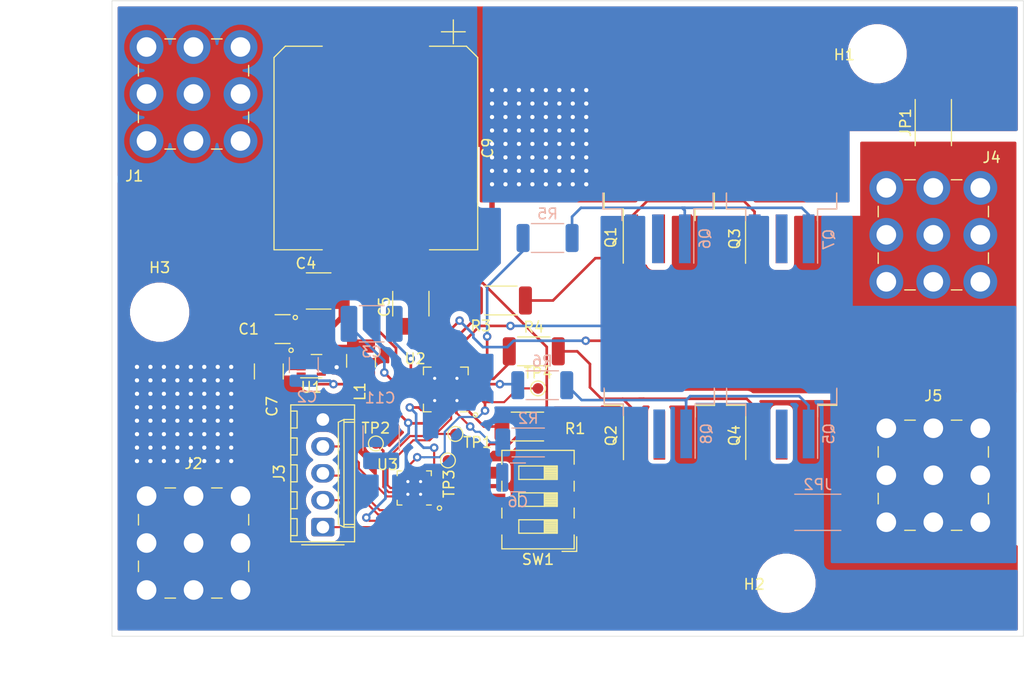
<source format=kicad_pcb>
(kicad_pcb (version 20171130) (host pcbnew "(5.1.9)-1")
  (layers (0 F.Cu signal) (31 B.Cu signal) (34 B.Paste user) (35 F.Paste user) (36 B.SilkS user) (37 F.SilkS user) (38 B.Mask user) (39 F.Mask user) (44 Edge.Cuts user))
  (net 0 "")
  (net 1 GND)
  (net 2 +12V)
  (net 3 +5V)
  (net 4 "Net-(C5-Pad2)")
  (net 5 MOTOR+)
  (net 6 MOTOR-)
  (net 7 GHA)
  (net 8 GLA)
  (net 9 GHB)
  (net 10 GLB)
  (net 11 "Net-(U3-Pad1)")
  (net 12 "Net-(U3-Pad6)")
  (net 13 "Net-(U3-Pad10)")
  (net 14 "Net-(U3-Pad11)")
  (net 15 "Net-(U3-Pad20)")
  (net 16 "Net-(Q1-Pad1)")
  (net 17 "Net-(Q2-Pad1)")
  (net 18 "Net-(Q5-Pad1)")
  (net 19 "Net-(Q6-Pad1)")
  (net 20 "Net-(U3-Pad7)")
  (net 21 "Net-(U3-Pad12)")
  (net 22 ADDR_Select_3)
  (net 23 ADDR_Select_2)
  (net 24 ADDR_Select_1)
  (net 25 SCK_SCL)
  (net 26 MISO)
  (net 27 SDA_MOSI)
  (net 28 A_RESET)
  (net 29 "Net-(C3-Pad1)")
  (net 30 "Net-(C3-Pad2)")
  (net 31 "Net-(R1-Pad2)")
  (net 32 Fault)
  (net 33 Mode)
  (net 34 Dir)
  (net 35 PWM)
  (net 36 "Net-(U2-Pad15)")
  (net 37 "Net-(C6-Pad1)")
  (net 38 "Net-(C7-Pad1)")
  (net 39 "Net-(L1-Pad1)")
  (net 40 "Net-(U1-Pad5)")
  (net 41 "Net-(U1-Pad6)")
  (module Capacitor_SMD:C_1812_4532Metric_Pad1.57x3.40mm_HandSolder (layer B.Cu) (at 113.2 73.4)
    (fp_text reference C3 (at 0 2.65 180) (layer B.SilkS) (effects (justify mirror)))
    (fp_text value 0.1uF)
    (pad 1 smd roundrect (at -2.1375 0) (size 1.575 3.4) (layers B.Cu B.Paste B.Mask) (roundrect_rratio 0.1587288888888889) (net 29 "Net-(C3-Pad1)"))
    (pad 2 smd roundrect (at 2.1375 0) (size 1.575 3.4) (layers B.Cu B.Paste B.Mask) (roundrect_rratio 0.1587288888888889) (net 30 "Net-(C3-Pad2)"))
  )
  (module TerminalBlock_Wuerth:Wuerth_REDCUBE-THR_WP-THRBU_74650195_THR (layer F.Cu) (at 166.2 65)
    (fp_text reference J4 (at 5.5 -7.3) (layer F.SilkS))
    (fp_text value Motor+)
    (pad 1 thru_hole circle (at 0 0) (size 3.2 3.2) (drill 1.85) (layers *.Cu *.Mask) (net 5 MOTOR+))
    (pad 1 thru_hole circle (at 0 4.435) (size 3.2 3.2) (drill 1.85) (layers *.Cu *.Mask) (net 5 MOTOR+))
    (pad 1 thru_hole circle (at 4.435 0) (size 3.2 3.2) (drill 1.85) (layers *.Cu *.Mask) (net 5 MOTOR+))
    (pad 1 thru_hole circle (at 0 -4.435) (size 3.2 3.2) (drill 1.85) (layers *.Cu *.Mask) (net 5 MOTOR+))
    (pad 1 thru_hole circle (at -4.435 0) (size 3.2 3.2) (drill 1.85) (layers *.Cu *.Mask) (net 5 MOTOR+))
    (pad 1 thru_hole circle (at -4.435 4.435) (size 3.2 3.2) (drill 1.85) (layers *.Cu *.Mask) (net 5 MOTOR+))
    (pad 1 thru_hole circle (at -4.435 -4.435) (size 3.2 3.2) (drill 1.85) (layers *.Cu *.Mask) (net 5 MOTOR+))
    (pad 1 thru_hole circle (at 4.435 -4.435) (size 3.2 3.2) (drill 1.85) (layers *.Cu *.Mask) (net 5 MOTOR+))
    (pad 1 thru_hole circle (at 4.435 4.435) (size 3.2 3.2) (drill 1.85) (layers *.Cu *.Mask) (net 5 MOTOR+))
  )
  (module Button_Switch_SMD:SW_DIP_SPSTx03_Slide_6.7x9.18mm_W8.61mm_P2.54mm_LowProfile (layer F.Cu) (at 128.9 90 180)
    (fp_text reference SW1 (at 0 -5.65) (layer F.SilkS))
    (fp_text value SW_DIP_x03)
    (pad 1 smd rect (at -4.305 -2.54 180) (size 2.44 1.12) (layers F.Cu F.Paste F.Mask) (net 1 GND))
    (pad 4 smd rect (at 4.305 2.54 180) (size 2.44 1.12) (layers F.Cu F.Paste F.Mask) (net 24 ADDR_Select_1))
    (pad 2 smd rect (at -4.305 0 180) (size 2.44 1.12) (layers F.Cu F.Paste F.Mask) (net 1 GND))
    (pad 5 smd rect (at 4.305 0 180) (size 2.44 1.12) (layers F.Cu F.Paste F.Mask) (net 23 ADDR_Select_2))
    (pad 3 smd rect (at -4.305 2.54 180) (size 2.44 1.12) (layers F.Cu F.Paste F.Mask) (net 1 GND))
    (pad 6 smd rect (at 4.305 -2.54 180) (size 2.44 1.12) (layers F.Cu F.Paste F.Mask) (net 22 ADDR_Select_3))
  )
  (module Resistor_SMD:R_2010_5025Metric (layer B.Cu) (at 129.3 79.2 180)
    (fp_text reference R6 (at 0 2.28) (layer B.SilkS) (effects (justify mirror)))
    (fp_text value 100)
    (pad 1 smd roundrect (at -2.3125 0 180) (size 1.225 2.65) (layers B.Cu B.Paste B.Mask) (roundrect_rratio 0.2040808163265306) (net 18 "Net-(Q5-Pad1)"))
    (pad 2 smd roundrect (at 2.3125 0 180) (size 1.225 2.65) (layers B.Cu B.Paste B.Mask) (roundrect_rratio 0.2040808163265306) (net 10 GLB))
  )
  (module Connector_Molex:Molex_KK-254_AE-6410-05A_1x05_P2.54mm_Vertical (layer F.Cu) (at 108.6 92.6 90)
    (fp_text reference J3 (at 5.08 -4.12 90) (layer F.SilkS))
    (fp_text value Input)
    (pad 1 thru_hole roundrect (at 0 0 90) (size 1.74 2.19) (drill 1.19) (layers *.Cu *.Mask) (roundrect_rratio 0.1436775862068966) (net 28 A_RESET))
    (pad 2 thru_hole oval (at 2.54 0 90) (size 1.74 2.19) (drill 1.19) (layers *.Cu *.Mask) (net 25 SCK_SCL))
    (pad 3 thru_hole oval (at 5.08 0 90) (size 1.74 2.19) (drill 1.19) (layers *.Cu *.Mask) (net 26 MISO))
    (pad 4 thru_hole oval (at 7.62 0 90) (size 1.74 2.19) (drill 1.19) (layers *.Cu *.Mask) (net 27 SDA_MOSI))
    (pad 5 thru_hole oval (at 10.16 0 90) (size 1.74 2.19) (drill 1.19) (layers *.Cu *.Mask) (net 1 GND))
  )
  (module Capacitor_SMD:CP_Elec_18x17.5 (layer F.Cu) (at 113.6 56.8 270)
    (fp_text reference C9 (at 0 -10.55 90) (layer F.SilkS))
    (fp_text value 4700uF)
    (pad 2 smd roundrect (at 6.75 0 270) (size 8.8 9.6) (layers F.Cu F.Paste F.Mask) (roundrect_rratio 0.02840875) (net 1 GND))
    (pad 1 smd roundrect (at -6.75 0 270) (size 8.8 9.6) (layers F.Cu F.Paste F.Mask) (roundrect_rratio 0.02840875) (net 2 +12V))
  )
  (module Capacitor_SMD:C_1812_4532Metric_Pad1.57x3.40mm_HandSolder (layer B.Cu) (at 114.1 84.2 270)
    (fp_text reference C11 (at -3.8 0.1 180) (layer B.SilkS) (effects (justify mirror)))
    (fp_text value 0.1uF)
    (pad 1 smd roundrect (at -2.1375 0 270) (size 1.575 3.4) (layers B.Cu B.Paste B.Mask) (roundrect_rratio 0.1587288888888889) (net 1 GND))
    (pad 2 smd roundrect (at 2.1375 0 270) (size 1.575 3.4) (layers B.Cu B.Paste B.Mask) (roundrect_rratio 0.1587288888888889) (net 3 +5V))
  )
  (module TerminalBlock_Wuerth:Wuerth_REDCUBE-THR_WP-THRBU_74650195_THR (layer F.Cu) (at 96.393 51.7)
    (fp_text reference J1 (at -5.588 7.747) (layer F.SilkS))
    (fp_text value Batt+)
    (pad 1 thru_hole circle (at 4.435 4.435) (size 3.2 3.2) (drill 1.85) (layers *.Cu *.Mask) (net 2 +12V))
    (pad 1 thru_hole circle (at 4.435 -4.435) (size 3.2 3.2) (drill 1.85) (layers *.Cu *.Mask) (net 2 +12V))
    (pad 1 thru_hole circle (at -4.435 -4.435) (size 3.2 3.2) (drill 1.85) (layers *.Cu *.Mask) (net 2 +12V))
    (pad 1 thru_hole circle (at -4.435 4.435) (size 3.2 3.2) (drill 1.85) (layers *.Cu *.Mask) (net 2 +12V))
    (pad 1 thru_hole circle (at -4.435 0) (size 3.2 3.2) (drill 1.85) (layers *.Cu *.Mask) (net 2 +12V))
    (pad 1 thru_hole circle (at 0 -4.435) (size 3.2 3.2) (drill 1.85) (layers *.Cu *.Mask) (net 2 +12V))
    (pad 1 thru_hole circle (at 4.435 0) (size 3.2 3.2) (drill 1.85) (layers *.Cu *.Mask) (net 2 +12V))
    (pad 1 thru_hole circle (at 0 4.435) (size 3.2 3.2) (drill 1.85) (layers *.Cu *.Mask) (net 2 +12V))
    (pad 1 thru_hole circle (at 0 0) (size 3.2 3.2) (drill 1.85) (layers *.Cu *.Mask) (net 2 +12V))
  )
  (module TerminalBlock_Wuerth:Wuerth_REDCUBE-THR_WP-THRBU_74650195_THR (layer F.Cu) (at 96.4 94.1)
    (fp_text reference J2 (at 0 -7.5) (layer F.SilkS))
    (fp_text value Batt-)
    (pad 1 thru_hole circle (at 0 0) (size 3.2 3.2) (drill 1.85) (layers *.Cu *.Mask) (net 1 GND))
    (pad 1 thru_hole circle (at 0 4.435) (size 3.2 3.2) (drill 1.85) (layers *.Cu *.Mask) (net 1 GND))
    (pad 1 thru_hole circle (at 4.435 0) (size 3.2 3.2) (drill 1.85) (layers *.Cu *.Mask) (net 1 GND))
    (pad 1 thru_hole circle (at 0 -4.435) (size 3.2 3.2) (drill 1.85) (layers *.Cu *.Mask) (net 1 GND))
    (pad 1 thru_hole circle (at -4.435 0) (size 3.2 3.2) (drill 1.85) (layers *.Cu *.Mask) (net 1 GND))
    (pad 1 thru_hole circle (at -4.435 4.435) (size 3.2 3.2) (drill 1.85) (layers *.Cu *.Mask) (net 1 GND))
    (pad 1 thru_hole circle (at -4.435 -4.435) (size 3.2 3.2) (drill 1.85) (layers *.Cu *.Mask) (net 1 GND))
    (pad 1 thru_hole circle (at 4.435 -4.435) (size 3.2 3.2) (drill 1.85) (layers *.Cu *.Mask) (net 1 GND))
    (pad 1 thru_hole circle (at 4.435 4.435) (size 3.2 3.2) (drill 1.85) (layers *.Cu *.Mask) (net 1 GND))
  )
  (module TerminalBlock_Wuerth:Wuerth_REDCUBE-THR_WP-THRBU_74650195_THR (layer F.Cu) (at 166.2 87.7)
    (fp_text reference J5 (at 0 -7.5) (layer F.SilkS))
    (fp_text value Motor-)
    (pad 1 thru_hole circle (at 4.435 4.435) (size 3.2 3.2) (drill 1.85) (layers *.Cu *.Mask) (net 6 MOTOR-))
    (pad 1 thru_hole circle (at 4.435 -4.435) (size 3.2 3.2) (drill 1.85) (layers *.Cu *.Mask) (net 6 MOTOR-))
    (pad 1 thru_hole circle (at -4.435 -4.435) (size 3.2 3.2) (drill 1.85) (layers *.Cu *.Mask) (net 6 MOTOR-))
    (pad 1 thru_hole circle (at -4.435 4.435) (size 3.2 3.2) (drill 1.85) (layers *.Cu *.Mask) (net 6 MOTOR-))
    (pad 1 thru_hole circle (at -4.435 0) (size 3.2 3.2) (drill 1.85) (layers *.Cu *.Mask) (net 6 MOTOR-))
    (pad 1 thru_hole circle (at 0 -4.435) (size 3.2 3.2) (drill 1.85) (layers *.Cu *.Mask) (net 6 MOTOR-))
    (pad 1 thru_hole circle (at 4.435 0) (size 3.2 3.2) (drill 1.85) (layers *.Cu *.Mask) (net 6 MOTOR-))
    (pad 1 thru_hole circle (at 0 4.435) (size 3.2 3.2) (drill 1.85) (layers *.Cu *.Mask) (net 6 MOTOR-))
    (pad 1 thru_hole circle (at 0 0) (size 3.2 3.2) (drill 1.85) (layers *.Cu *.Mask) (net 6 MOTOR-))
  )
  (module Package_TO_SOT_SMD:TO-263-3_TabPin2 (layer F.Cu) (at 140.335 59.601 90)
    (fp_text reference Q1 (at -5.642 -4.572 90) (layer F.SilkS))
    (fp_text value IRF1404)
    (pad 1 smd rect (at -5.775 -2.54 90) (size 4.6 1.1) (layers F.Cu F.Paste F.Mask) (net 16 "Net-(Q1-Pad1)"))
    (pad 2 smd rect (at -5.775 0 90) (size 4.6 1.1) (layers F.Cu F.Paste F.Mask) (net 2 +12V))
    (pad 3 smd rect (at -5.775 2.54 90) (size 4.6 1.1) (layers F.Cu F.Paste F.Mask) (net 5 MOTOR+))
    (pad 2 smd rect (at 3.375 0 90) (size 9.4 10.8) (layers F.Cu F.Mask) (net 2 +12V))
  )
  (module Package_TO_SOT_SMD:TO-263-3_TabPin2 (layer F.Cu) (at 140.354 78.155 90)
    (fp_text reference Q2 (at -5.805001 -4.563001 90) (layer F.SilkS))
    (fp_text value IRF1404)
    (pad 2 smd rect (at 3.375 0 90) (size 9.4 10.8) (layers F.Cu F.Mask) (net 5 MOTOR+))
    (pad 3 smd rect (at -5.775 2.54 90) (size 4.6 1.1) (layers F.Cu F.Paste F.Mask) (net 1 GND))
    (pad 2 smd rect (at -5.775 0 90) (size 4.6 1.1) (layers F.Cu F.Paste F.Mask) (net 5 MOTOR+))
    (pad 1 smd rect (at -5.775 -2.54 90) (size 4.6 1.1) (layers F.Cu F.Paste F.Mask) (net 17 "Net-(Q2-Pad1)"))
  )
  (module Package_TO_SOT_SMD:TO-263-3_TabPin2 (layer F.Cu) (at 151.873 59.613 90)
    (fp_text reference Q3 (at -5.757 -4.426 90) (layer F.SilkS))
    (fp_text value IRF1404)
    (pad 2 smd rect (at 3.375 0 90) (size 9.4 10.8) (layers F.Cu F.Mask) (net 2 +12V))
    (pad 3 smd rect (at -5.775 2.54 90) (size 4.6 1.1) (layers F.Cu F.Paste F.Mask) (net 5 MOTOR+))
    (pad 2 smd rect (at -5.775 0 90) (size 4.6 1.1) (layers F.Cu F.Paste F.Mask) (net 2 +12V))
    (pad 1 smd rect (at -5.775 -2.54 90) (size 4.6 1.1) (layers F.Cu F.Paste F.Mask) (net 16 "Net-(Q1-Pad1)"))
  )
  (module Package_TO_SOT_SMD:TO-263-3_TabPin2 (layer F.Cu) (at 151.892 78.143 90)
    (fp_text reference Q4 (at -5.805001 -4.467001 90) (layer F.SilkS))
    (fp_text value IRF1404)
    (pad 1 smd rect (at -5.775 -2.54 90) (size 4.6 1.1) (layers F.Cu F.Paste F.Mask) (net 17 "Net-(Q2-Pad1)"))
    (pad 2 smd rect (at -5.775 0 90) (size 4.6 1.1) (layers F.Cu F.Paste F.Mask) (net 5 MOTOR+))
    (pad 3 smd rect (at -5.775 2.54 90) (size 4.6 1.1) (layers F.Cu F.Paste F.Mask) (net 1 GND))
    (pad 2 smd rect (at 3.375 0 90) (size 9.4 10.8) (layers F.Cu F.Mask) (net 5 MOTOR+))
  )
  (module Package_TO_SOT_SMD:TO-263-3_TabPin2 (layer B.Cu) (at 151.892 78.028 90)
    (fp_text reference Q5 (at -5.757 4.445 270) (layer B.SilkS) (effects (justify mirror)))
    (fp_text value IRF1404)
    (pad 2 smd rect (at 3.375 0 90) (size 9.4 10.8) (layers B.Cu B.Mask) (net 6 MOTOR-))
    (pad 3 smd rect (at -5.775 -2.54 90) (size 4.6 1.1) (layers B.Cu B.Paste B.Mask) (net 1 GND))
    (pad 2 smd rect (at -5.775 0 90) (size 4.6 1.1) (layers B.Cu B.Paste B.Mask) (net 6 MOTOR-))
    (pad 1 smd rect (at -5.775 2.54 90) (size 4.6 1.1) (layers B.Cu B.Paste B.Mask) (net 18 "Net-(Q5-Pad1)"))
  )
  (module Package_TO_SOT_SMD:TO-263-3_TabPin2 (layer B.Cu) (at 140.208 59.601 90)
    (fp_text reference Q6 (at -5.752001 4.445 270) (layer B.SilkS) (effects (justify mirror)))
    (fp_text value IRF1404)
    (pad 1 smd rect (at -5.775 2.54 90) (size 4.6 1.1) (layers B.Cu B.Paste B.Mask) (net 19 "Net-(Q6-Pad1)"))
    (pad 2 smd rect (at -5.775 0 90) (size 4.6 1.1) (layers B.Cu B.Paste B.Mask) (net 2 +12V))
    (pad 3 smd rect (at -5.775 -2.54 90) (size 4.6 1.1) (layers B.Cu B.Paste B.Mask) (net 6 MOTOR-))
    (pad 2 smd rect (at 3.375 0 90) (size 9.4 10.8) (layers B.Cu B.Mask) (net 2 +12V))
  )
  (module Package_TO_SOT_SMD:TO-263-3_TabPin2 (layer B.Cu) (at 140.335 78.016 90)
    (fp_text reference Q8 (at -5.769 4.445 270) (layer B.SilkS) (effects (justify mirror)))
    (fp_text value IRF1404)
    (pad 1 smd rect (at -5.775 2.54 90) (size 4.6 1.1) (layers B.Cu B.Paste B.Mask) (net 18 "Net-(Q5-Pad1)"))
    (pad 2 smd rect (at -5.775 0 90) (size 4.6 1.1) (layers B.Cu B.Paste B.Mask) (net 6 MOTOR-))
    (pad 3 smd rect (at -5.775 -2.54 90) (size 4.6 1.1) (layers B.Cu B.Paste B.Mask) (net 1 GND))
    (pad 2 smd rect (at 3.375 0 90) (size 9.4 10.8) (layers B.Cu B.Mask) (net 6 MOTOR-))
  )
  (module Package_TO_SOT_SMD:TO-263-3_TabPin2 (layer B.Cu) (at 151.892 59.601 90)
    (fp_text reference Q7 (at -5.842 4.445 270) (layer B.SilkS) (effects (justify mirror)))
    (fp_text value IRF1404)
    (pad 1 smd rect (at -5.775 2.54 90) (size 4.6 1.1) (layers B.Cu B.Paste B.Mask) (net 19 "Net-(Q6-Pad1)"))
    (pad 2 smd rect (at -5.775 0 90) (size 4.6 1.1) (layers B.Cu B.Paste B.Mask) (net 2 +12V))
    (pad 3 smd rect (at -5.775 -2.54 90) (size 4.6 1.1) (layers B.Cu B.Paste B.Mask) (net 6 MOTOR-))
    (pad 2 smd rect (at 3.375 0 90) (size 9.4 10.8) (layers B.Cu B.Mask) (net 2 +12V))
  )
  (module Resistor_SMD:R_2512_6332Metric (layer F.Cu) (at 166.2 54.4 90)
    (fp_text reference JP1 (at 0 -2.62 90) (layer F.SilkS))
    (fp_text value "Thermal Jumper")
    (pad 1 smd roundrect (at -2.9625 0 90) (size 1.225 3.35) (layers F.Cu F.Paste F.Mask) (roundrect_rratio 0.2040808163265306) (net 5 MOTOR+))
    (pad 2 smd roundrect (at 2.9625 0 90) (size 1.225 3.35) (layers F.Cu F.Paste F.Mask) (roundrect_rratio 0.2040808163265306) (net 2 +12V))
  )
  (module Resistor_SMD:R_2512_6332Metric (layer B.Cu) (at 155.3 91.2 180)
    (fp_text reference JP2 (at 0 2.62) (layer B.SilkS) (effects (justify mirror)))
    (fp_text value "Thermal Jumper")
    (pad 2 smd roundrect (at 2.9625 0 180) (size 1.225 3.35) (layers B.Cu B.Paste B.Mask) (roundrect_rratio 0.2040808163265306) (net 1 GND))
    (pad 1 smd roundrect (at -2.9625 0 180) (size 1.225 3.35) (layers B.Cu B.Paste B.Mask) (roundrect_rratio 0.2040808163265306) (net 6 MOTOR-))
  )
  (module Resistor_SMD:R_2010_5025Metric (layer F.Cu) (at 125.4 71.2)
    (fp_text reference R3 (at -1.9 2.4) (layer F.SilkS))
    (fp_text value 100)
    (pad 1 smd roundrect (at -2.3125 0) (size 1.225 2.65) (layers F.Cu F.Paste F.Mask) (roundrect_rratio 0.2040808163265306) (net 7 GHA))
    (pad 2 smd roundrect (at 2.3125 0) (size 1.225 2.65) (layers F.Cu F.Paste F.Mask) (roundrect_rratio 0.2040808163265306) (net 16 "Net-(Q1-Pad1)"))
  )
  (module Resistor_SMD:R_2010_5025Metric (layer F.Cu) (at 128.5 76)
    (fp_text reference R4 (at 0 -2.28) (layer F.SilkS))
    (fp_text value 100)
    (pad 2 smd roundrect (at 2.3125 0) (size 1.225 2.65) (layers F.Cu F.Paste F.Mask) (roundrect_rratio 0.2040808163265306) (net 17 "Net-(Q2-Pad1)"))
    (pad 1 smd roundrect (at -2.3125 0) (size 1.225 2.65) (layers F.Cu F.Paste F.Mask) (roundrect_rratio 0.2040808163265306) (net 8 GLA))
  )
  (module Resistor_SMD:R_2010_5025Metric (layer B.Cu) (at 129.8 65.3 180)
    (fp_text reference R5 (at 0 2.28) (layer B.SilkS) (effects (justify mirror)))
    (fp_text value 100)
    (pad 2 smd roundrect (at 2.3125 0 180) (size 1.225 2.65) (layers B.Cu B.Paste B.Mask) (roundrect_rratio 0.2040808163265306) (net 9 GHB))
    (pad 1 smd roundrect (at -2.3125 0 180) (size 1.225 2.65) (layers B.Cu B.Paste B.Mask) (roundrect_rratio 0.2040808163265306) (net 19 "Net-(Q6-Pad1)"))
  )
  (module Capacitor_SMD:C_1812_4532Metric_Pad1.57x3.40mm_HandSolder (layer F.Cu) (at 116.9 71.5 270)
    (fp_text reference C5 (at 0.3 2.5 90) (layer F.SilkS))
    (fp_text value 0.47uF)
    (pad 1 smd roundrect (at -2.1375 0 270) (size 1.575 3.4) (layers F.Cu F.Paste F.Mask) (roundrect_rratio 0.1587288888888889) (net 2 +12V))
    (pad 2 smd roundrect (at 2.1375 0 270) (size 1.575 3.4) (layers F.Cu F.Paste F.Mask) (roundrect_rratio 0.1587288888888889) (net 4 "Net-(C5-Pad2)"))
  )
  (module Resistor_SMD:R_2010_5025Metric_Pad1.40x2.65mm_HandSolder (layer F.Cu) (at 127.9 83.1 180)
    (fp_text reference R1 (at -4.5 -0.2) (layer F.SilkS))
    (fp_text value 15k)
    (pad 1 smd roundrect (at -2.4 0 180) (size 1.4 2.65) (layers F.Cu F.Paste F.Mask) (roundrect_rratio 0.1785707142857143) (net 1 GND))
    (pad 2 smd roundrect (at 2.4 0 180) (size 1.4 2.65) (layers F.Cu F.Paste F.Mask) (roundrect_rratio 0.1785707142857143) (net 31 "Net-(R1-Pad2)"))
  )
  (module Package_DFN_QFN:MLF-20-1EP_4x4mm_P0.5mm_EP2.6x2.6mm_ThermalVias (layer F.Cu) (at 120.2 79.6 180)
    (fp_text reference U2 (at 2.9 2.9) (layer F.SilkS))
    (fp_text value a4956)
    (pad 1 smd roundrect (at -1.925 -1 180) (size 0.85 0.25) (layers F.Cu F.Paste F.Mask) (net 31 "Net-(R1-Pad2)"))
    (pad 2 smd roundrect (at -1.925 -0.5 180) (size 0.85 0.25) (layers F.Cu F.Paste F.Mask) (net 33 Mode))
    (pad 3 smd roundrect (at -1.925 0 180) (size 0.85 0.25) (layers F.Cu F.Paste F.Mask) (net 1 GND))
    (pad 4 smd roundrect (at -1.925 0.5 180) (size 0.85 0.25) (layers F.Cu F.Paste F.Mask) (net 10 GLB))
    (pad 5 smd roundrect (at -1.925 1 180) (size 0.85 0.25) (layers F.Cu F.Paste F.Mask) (net 8 GLA))
    (pad 6 smd roundrect (at -1 1.925 180) (size 0.25 0.85) (layers F.Cu F.Paste F.Mask) (net 9 GHB))
    (pad 7 smd roundrect (at -0.5 1.925 180) (size 0.25 0.85) (layers F.Cu F.Paste F.Mask) (net 6 MOTOR-))
    (pad 8 smd roundrect (at 0 1.925 180) (size 0.25 0.85) (layers F.Cu F.Paste F.Mask) (net 7 GHA))
    (pad 9 smd roundrect (at 0.5 1.925 180) (size 0.25 0.85) (layers F.Cu F.Paste F.Mask) (net 5 MOTOR+))
    (pad 10 smd roundrect (at 1 1.925 180) (size 0.25 0.85) (layers F.Cu F.Paste F.Mask) (net 4 "Net-(C5-Pad2)"))
    (pad 11 smd roundrect (at 1.925 1 180) (size 0.85 0.25) (layers F.Cu F.Paste F.Mask) (net 30 "Net-(C3-Pad2)"))
    (pad 12 smd roundrect (at 1.925 0.5 180) (size 0.85 0.25) (layers F.Cu F.Paste F.Mask) (net 2 +12V))
    (pad 13 smd roundrect (at 1.925 0 180) (size 0.85 0.25) (layers F.Cu F.Paste F.Mask) (net 29 "Net-(C3-Pad1)"))
    (pad 14 smd roundrect (at 1.925 -0.5 180) (size 0.85 0.25) (layers F.Cu F.Paste F.Mask) (net 1 GND))
    (pad 15 smd roundrect (at 1.925 -1 180) (size 0.85 0.25) (layers F.Cu F.Paste F.Mask) (net 36 "Net-(U2-Pad15)"))
    (pad 16 smd roundrect (at 1 -1.925 180) (size 0.25 0.85) (layers F.Cu F.Paste F.Mask) (net 32 Fault))
    (pad 17 smd roundrect (at 0.5 -1.925 180) (size 0.25 0.85) (layers F.Cu F.Paste F.Mask) (net 3 +5V))
    (pad 18 smd roundrect (at 0 -1.925 180) (size 0.25 0.85) (layers F.Cu F.Paste F.Mask) (net 35 PWM))
    (pad 19 smd roundrect (at -0.5 -1.925 180) (size 0.25 0.85) (layers F.Cu F.Paste F.Mask) (net 34 Dir))
    (pad 20 smd roundrect (at -1 -1.925 180) (size 0.25 0.85) (layers F.Cu F.Paste F.Mask) (net 37 "Net-(C6-Pad1)"))
    (pad 21 smd rect (at 0 0 180) (size 2.6 2.6) (layers F.Cu F.Mask) (net 1 GND))
    (pad 21 thru_hole circle (at -1.05 -1.05 180) (size 0.5 0.5) (drill 0.3) (layers *.Cu) (net 1 GND))
    (pad 21 thru_hole circle (at 1.05 -1.05 180) (size 0.5 0.5) (drill 0.3) (layers *.Cu) (net 1 GND))
    (pad 21 thru_hole circle (at -1.05 1.05 180) (size 0.5 0.5) (drill 0.3) (layers *.Cu) (net 1 GND))
    (pad 21 thru_hole circle (at 1.05 1.05 180) (size 0.5 0.5) (drill 0.3) (layers *.Cu) (net 1 GND))
    (pad 21 smd rect (at 0 0 180) (size 2.6 2.6) (layers B.Cu) (net 1 GND))
  )
  (module Capacitor_SMD:C_1812_4532Metric_Pad1.57x3.40mm_HandSolder (layer F.Cu) (at 108.2 70.3)
    (fp_text reference C4 (at -1.2 -2.6) (layer F.SilkS))
    (fp_text value 0.1uF)
    (pad 1 smd roundrect (at -2.1375 0) (size 1.575 3.4) (layers F.Cu F.Paste F.Mask) (roundrect_rratio 0.1587288888888889) (net 1 GND))
    (pad 2 smd roundrect (at 2.1375 0) (size 1.575 3.4) (layers F.Cu F.Paste F.Mask) (roundrect_rratio 0.1587288888888889) (net 2 +12V))
  )
  (module Package_DFN_QFN:VQFN-20-1EP_3x3mm_P0.4mm_EP1.7x1.7mm_ThermalVias (layer F.Cu) (at 117.221 88.9 180)
    (fp_text reference U3 (at 2.521 2.2) (layer F.SilkS))
    (fp_text value Attiny4313)
    (pad 1 smd custom (at -1.45 -0.8 180) (size 0.143431 0.143431) (layers F.Cu F.Paste F.Mask) (net 11 "Net-(U3-Pad1)") (options (clearance outline) (anchor circle)) (primitives (gr_poly (pts (xy -0.35 -0.05) (xy 0.299289 -0.05) (xy 0.35 0.000711) (xy 0.35 0.05) (xy -0.35 0.05)) (width 0.1))))
    (pad 2 smd roundrect (at -1.45 -0.4 180) (size 0.8 0.2) (layers F.Cu F.Paste F.Mask) (net 22 ADDR_Select_3))
    (pad 3 smd roundrect (at -1.45 0 180) (size 0.8 0.2) (layers F.Cu F.Paste F.Mask) (net 23 ADDR_Select_2))
    (pad 4 smd roundrect (at -1.45 0.4 180) (size 0.8 0.2) (layers F.Cu F.Paste F.Mask) (net 24 ADDR_Select_1))
    (pad 5 smd custom (at -1.45 0.8 180) (size 0.143431 0.143431) (layers F.Cu F.Paste F.Mask) (net 32 Fault) (options (clearance outline) (anchor circle)) (primitives (gr_poly (pts (xy -0.35 -0.05) (xy 0.35 -0.05) (xy 0.35 -0.000711) (xy 0.299289 0.05) (xy -0.35 0.05)) (width 0.1))))
    (pad 6 smd custom (at -0.8 1.45 180) (size 0.143431 0.143431) (layers F.Cu F.Paste F.Mask) (net 12 "Net-(U3-Pad6)") (options (clearance outline) (anchor circle)) (primitives (gr_poly (pts (xy -0.05 -0.299289) (xy 0.000711 -0.35) (xy 0.05 -0.35) (xy 0.05 0.35) (xy -0.05 0.35)) (width 0.1))))
    (pad 7 smd roundrect (at -0.4 1.45 180) (size 0.2 0.8) (layers F.Cu F.Paste F.Mask) (net 20 "Net-(U3-Pad7)"))
    (pad 8 smd roundrect (at 0 1.45 180) (size 0.2 0.8) (layers F.Cu F.Paste F.Mask) (net 1 GND))
    (pad 9 smd roundrect (at 0.4 1.45 180) (size 0.2 0.8) (layers F.Cu F.Paste F.Mask) (net 33 Mode))
    (pad 10 smd custom (at 0.8 1.45 180) (size 0.143431 0.143431) (layers F.Cu F.Paste F.Mask) (net 13 "Net-(U3-Pad10)") (options (clearance outline) (anchor circle)) (primitives (gr_poly (pts (xy -0.05 -0.35) (xy -0.000711 -0.35) (xy 0.05 -0.299289) (xy 0.05 0.35) (xy -0.05 0.35)) (width 0.1))))
    (pad 11 smd custom (at 1.45 0.8 180) (size 0.143431 0.143431) (layers F.Cu F.Paste F.Mask) (net 14 "Net-(U3-Pad11)") (options (clearance outline) (anchor circle)) (primitives (gr_poly (pts (xy -0.35 -0.05) (xy 0.35 -0.05) (xy 0.35 0.05) (xy -0.299289 0.05) (xy -0.35 -0.000711)) (width 0.1))))
    (pad 12 smd roundrect (at 1.45 0.4 180) (size 0.8 0.2) (layers F.Cu F.Paste F.Mask) (net 21 "Net-(U3-Pad12)"))
    (pad 13 smd roundrect (at 1.45 0 180) (size 0.8 0.2) (layers F.Cu F.Paste F.Mask) (net 34 Dir))
    (pad 14 smd roundrect (at 1.45 -0.4 180) (size 0.8 0.2) (layers F.Cu F.Paste F.Mask) (net 35 PWM))
    (pad 15 smd custom (at 1.45 -0.8 180) (size 0.143431 0.143431) (layers F.Cu F.Paste F.Mask) (net 27 SDA_MOSI) (options (clearance outline) (anchor circle)) (primitives (gr_poly (pts (xy -0.35 0.000711) (xy -0.299289 -0.05) (xy 0.35 -0.05) (xy 0.35 0.05) (xy -0.35 0.05)) (width 0.1))))
    (pad 16 smd custom (at 0.8 -1.45 180) (size 0.143431 0.143431) (layers F.Cu F.Paste F.Mask) (net 26 MISO) (options (clearance outline) (anchor circle)) (primitives (gr_poly (pts (xy -0.05 -0.35) (xy 0.05 -0.35) (xy 0.05 0.299289) (xy -0.000711 0.35) (xy -0.05 0.35)) (width 0.1))))
    (pad 17 smd roundrect (at 0.4 -1.45 180) (size 0.2 0.8) (layers F.Cu F.Paste F.Mask) (net 25 SCK_SCL))
    (pad 18 smd roundrect (at 0 -1.45 180) (size 0.2 0.8) (layers F.Cu F.Paste F.Mask) (net 3 +5V))
    (pad 19 smd roundrect (at -0.4 -1.45 180) (size 0.2 0.8) (layers F.Cu F.Paste F.Mask) (net 28 A_RESET))
    (pad 20 smd custom (at -0.8 -1.45 180) (size 0.143431 0.143431) (layers F.Cu F.Paste F.Mask) (net 15 "Net-(U3-Pad20)") (options (clearance outline) (anchor circle)) (primitives (gr_poly (pts (xy -0.05 -0.35) (xy 0.05 -0.35) (xy 0.05 0.35) (xy 0.000711 0.35) (xy -0.05 0.299289)) (width 0.1))))
    (pad 21 smd rect (at 0 0 180) (size 1.7 1.7) (layers F.Cu F.Mask) (net 1 GND))
    (pad 21 thru_hole circle (at -0.6 -0.6 180) (size 0.5 0.5) (drill 0.3) (layers *.Cu) (net 1 GND))
    (pad 21 thru_hole circle (at 0.6 -0.6 180) (size 0.5 0.5) (drill 0.3) (layers *.Cu) (net 1 GND))
    (pad 21 thru_hole circle (at -0.6 0.6 180) (size 0.5 0.5) (drill 0.3) (layers *.Cu) (net 1 GND))
    (pad 21 thru_hole circle (at 0.6 0.6 180) (size 0.5 0.5) (drill 0.3) (layers *.Cu) (net 1 GND))
    (pad 21 smd rect (at 0 0 180) (size 1.7 1.7) (layers B.Cu) (net 1 GND))
  )
  (module Capacitor_SMD:C_1210_3225Metric (layer B.Cu) (at 127 87.9)
    (fp_text reference C6 (at 0 2.3) (layer B.SilkS) (effects (justify mirror)))
    (fp_text value 620pF)
    (pad 1 smd roundrect (at -1.475 0) (size 1.15 2.7) (layers B.Cu B.Paste B.Mask) (roundrect_rratio 0.2173904347826087) (net 37 "Net-(C6-Pad1)"))
    (pad 2 smd roundrect (at 1.475 0) (size 1.15 2.7) (layers B.Cu B.Paste B.Mask) (roundrect_rratio 0.2173904347826087) (net 1 GND))
  )
  (module Resistor_SMD:R_2010_5025Metric_Pad1.40x2.65mm_HandSolder (layer B.Cu) (at 127.975001 84.605001 180)
    (fp_text reference R2 (at 0 2.28) (layer B.SilkS) (effects (justify mirror)))
    (fp_text value 15k)
    (pad 1 smd roundrect (at -2.4 0 180) (size 1.4 2.65) (layers B.Cu B.Paste B.Mask) (roundrect_rratio 0.1785707142857143) (net 1 GND))
    (pad 2 smd roundrect (at 2.4 0 180) (size 1.4 2.65) (layers B.Cu B.Paste B.Mask) (roundrect_rratio 0.1785707142857143) (net 37 "Net-(C6-Pad1)"))
  )
  (module TestPoint:TestPoint_Pad_D1.0mm (layer F.Cu) (at 121.1 83.8)
    (fp_text reference TP1 (at 2.1 0.8) (layer F.SilkS))
    (fp_text value TestPoint)
    (pad 1 smd circle (at 0 0) (size 1 1) (layers F.Cu F.Mask) (net 34 Dir))
  )
  (module TestPoint:TestPoint_Pad_D1.0mm (layer F.Cu) (at 113.6 84.7)
    (fp_text reference TP2 (at 0 -1.448) (layer F.SilkS))
    (fp_text value TestPoint)
    (pad 1 smd circle (at 0 0) (size 1 1) (layers F.Cu F.Mask) (net 35 PWM))
  )
  (module TestPoint:TestPoint_Pad_D1.0mm (layer F.Cu) (at 120.4 86.3)
    (fp_text reference TP3 (at 0.1 2.2 90) (layer F.SilkS))
    (fp_text value TestPoint)
    (pad 1 smd circle (at 0 0) (size 1 1) (layers F.Cu F.Mask) (net 32 Fault))
  )
  (module TestPoint:TestPoint_Pad_D1.0mm (layer F.Cu) (at 128.9 79.5)
    (fp_text reference TP4 (at 0 -1.448) (layer F.SilkS))
    (fp_text value TestPoint)
    (pad 1 smd circle (at 0 0) (size 1 1) (layers F.Cu F.Mask) (net 33 Mode))
  )
  (module MountingHole:MountingHole_3.2mm_M3 (layer F.Cu) (at 160.9 47.9)
    (fp_text reference H1 (at -3.1 0.1) (layer F.SilkS))
    (fp_text value MountingHole)
    (pad "" np_thru_hole circle (at 0 0) (size 3.2 3.2) (drill 3.2) (layers *.Cu *.Mask) (clearance 1.2))
  )
  (module MountingHole:MountingHole_3.2mm_M3 (layer F.Cu) (at 152.3 97.9)
    (fp_text reference H2 (at -3 0.1) (layer F.SilkS))
    (fp_text value MountingHole)
    (pad "" np_thru_hole circle (at 0 0) (size 3.2 3.2) (drill 3.2) (layers *.Cu *.Mask) (clearance 1.2))
  )
  (module MountingHole:MountingHole_3.2mm_M3 (layer F.Cu) (at 93.2 72.3)
    (fp_text reference H3 (at 0 -4.2) (layer F.SilkS))
    (fp_text value MountingHole)
    (pad "" np_thru_hole circle (at 0 0) (size 3.2 3.2) (drill 3.2) (layers *.Cu *.Mask) (clearance 1.2))
  )
  (module Capacitor_SMD:C_1210_3225Metric (layer F.Cu) (at 104.8 73.9 180)
    (fp_text reference C1 (at 3.2 0) (layer F.SilkS))
    (fp_text value 1uF)
    (pad 1 smd roundrect (at -1.475 0 180) (size 1.15 2.7) (layers F.Cu F.Paste F.Mask) (roundrect_rratio 0.217391) (net 2 +12V))
    (pad 2 smd roundrect (at 1.475 0 180) (size 1.15 2.7) (layers F.Cu F.Paste F.Mask) (roundrect_rratio 0.217391) (net 1 GND))
  )
  (module Capacitor_SMD:C_1210_3225Metric (layer B.Cu) (at 106.8 77.3 90)
    (fp_text reference C2 (at -3 0.3 180) (layer B.SilkS) (effects (justify mirror)))
    (fp_text value 10uF)
    (pad 2 smd roundrect (at 1.475 0 90) (size 1.15 2.7) (layers B.Cu B.Paste B.Mask) (roundrect_rratio 0.217391) (net 1 GND))
    (pad 1 smd roundrect (at -1.475 0 90) (size 1.15 2.7) (layers B.Cu B.Paste B.Mask) (roundrect_rratio 0.217391) (net 3 +5V))
  )
  (module Capacitor_SMD:C_1210_3225Metric (layer F.Cu) (at 103.5 77.9 270)
    (fp_text reference C7 (at 3.3 -0.3 90) (layer F.SilkS))
    (fp_text value 1uF)
    (pad 1 smd roundrect (at -1.475 0 270) (size 1.15 2.7) (layers F.Cu F.Paste F.Mask) (roundrect_rratio 0.217391) (net 38 "Net-(C7-Pad1)"))
    (pad 2 smd roundrect (at 1.475 0 270) (size 1.15 2.7) (layers F.Cu F.Paste F.Mask) (roundrect_rratio 0.217391) (net 1 GND))
  )
  (module Inductor_SMD:L_1210_3225Metric (layer F.Cu) (at 112.2 76.9 270)
    (fp_text reference L1 (at 2.9 0.1 90) (layer F.SilkS))
    (fp_text value 47uH)
    (pad 1 smd roundrect (at -1.4 0 270) (size 1.25 2.65) (layers F.Cu F.Paste F.Mask) (roundrect_rratio 0.2) (net 39 "Net-(L1-Pad1)"))
    (pad 2 smd roundrect (at 1.4 0 270) (size 1.25 2.65) (layers F.Cu F.Paste F.Mask) (roundrect_rratio 0.2) (net 3 +5V))
  )
  (module Package_DFN_QFN:DFN-8_2x2mm_P0.5mm (layer F.Cu) (at 107.5 77.4)
    (fp_text reference U1 (at 0 2) (layer F.SilkS))
    (fp_text value MAX15062A)
    (pad 1 smd rect (at -0.95 -0.75) (size 0.85 0.3) (layers F.Cu F.Paste F.Mask) (net 2 +12V))
    (pad 2 smd rect (at -0.95 -0.25) (size 0.85 0.3) (layers F.Cu F.Paste F.Mask) (net 2 +12V))
    (pad 3 smd rect (at -0.95 0.25) (size 0.85 0.3) (layers F.Cu F.Paste F.Mask) (net 38 "Net-(C7-Pad1)"))
    (pad 4 smd rect (at -0.95 0.75) (size 0.85 0.3) (layers F.Cu F.Paste F.Mask) (net 3 +5V))
    (pad 5 smd rect (at 0.95 0.75) (size 0.85 0.3) (layers F.Cu F.Paste F.Mask) (net 40 "Net-(U1-Pad5)"))
    (pad 6 smd rect (at 0.95 0.25) (size 0.85 0.3) (layers F.Cu F.Paste F.Mask) (net 41 "Net-(U1-Pad6)"))
    (pad 7 smd rect (at 0.95 -0.25) (size 0.85 0.3) (layers F.Cu F.Paste F.Mask) (net 1 GND))
    (pad 8 smd rect (at 0.95 -0.75) (size 0.85 0.3) (layers F.Cu F.Paste F.Mask) (net 39 "Net-(L1-Pad1)"))
  )
  (gr_circle (center 105.6 75.9) (end 105.8 75.9) (layer F.SilkS) (width 0.12))
  (gr_circle (center 106 72.8) (end 106.2 72.8) (layer F.SilkS) (width 0.12))
  (gr_circle (center 123 82) (end 123.2 82) (layer F.SilkS) (width 0.12))
  (gr_circle (center 119.6 90.8) (end 119.8 90.8) (layer F.SilkS) (width 0.12))
  (gr_line (start 174.7 102.9) (end 174.7 42.9) (layer Edge.Cuts) (width 0.05))
  (gr_line (start 88.7 42.9) (end 174.7 42.9) (layer Edge.Cuts) (width 0.05))
  (gr_line (start 88.7 102.9) (end 88.7 42.9) (layer Edge.Cuts) (width 0.05))
  (gr_line (start 88.7 102.9) (end 174.7 102.9) (layer Edge.Cuts) (width 0.05))
  (via (at 109.9 77.5) (size 0.8) (drill 0.4) (layers F.Cu B.Cu) (net 1))
  (via (at 91.059 77.47) (size 0.8) (drill 0.4) (layers F.Cu B.Cu) (net 1))
  (via (at 92.329 77.47) (size 0.8) (drill 0.4) (layers F.Cu B.Cu) (net 1))
  (via (at 93.599 77.47) (size 0.8) (drill 0.4) (layers F.Cu B.Cu) (net 1))
  (via (at 94.869 77.47) (size 0.8) (drill 0.4) (layers F.Cu B.Cu) (net 1))
  (via (at 96.139 77.47) (size 0.8) (drill 0.4) (layers F.Cu B.Cu) (net 1))
  (via (at 97.409 77.47) (size 0.8) (drill 0.4) (layers F.Cu B.Cu) (net 1))
  (via (at 98.679 77.47) (size 0.8) (drill 0.4) (layers F.Cu B.Cu) (net 1))
  (via (at 99.949 77.47) (size 0.8) (drill 0.4) (layers F.Cu B.Cu) (net 1))
  (via (at 91.059 78.74) (size 0.8) (drill 0.4) (layers F.Cu B.Cu) (net 1))
  (via (at 92.329 78.74) (size 0.8) (drill 0.4) (layers F.Cu B.Cu) (net 1))
  (via (at 93.599 78.74) (size 0.8) (drill 0.4) (layers F.Cu B.Cu) (net 1))
  (via (at 94.869 78.74) (size 0.8) (drill 0.4) (layers F.Cu B.Cu) (net 1))
  (via (at 96.139 78.74) (size 0.8) (drill 0.4) (layers F.Cu B.Cu) (net 1))
  (via (at 97.409 78.74) (size 0.8) (drill 0.4) (layers F.Cu B.Cu) (net 1))
  (via (at 98.679 78.74) (size 0.8) (drill 0.4) (layers F.Cu B.Cu) (net 1))
  (via (at 99.949 78.74) (size 0.8) (drill 0.4) (layers F.Cu B.Cu) (net 1))
  (via (at 91.059 80.01) (size 0.8) (drill 0.4) (layers F.Cu B.Cu) (net 1))
  (via (at 92.329 80.01) (size 0.8) (drill 0.4) (layers F.Cu B.Cu) (net 1))
  (via (at 93.599 80.01) (size 0.8) (drill 0.4) (layers F.Cu B.Cu) (net 1))
  (via (at 94.869 80.01) (size 0.8) (drill 0.4) (layers F.Cu B.Cu) (net 1))
  (via (at 96.139 80.01) (size 0.8) (drill 0.4) (layers F.Cu B.Cu) (net 1))
  (via (at 97.409 80.01) (size 0.8) (drill 0.4) (layers F.Cu B.Cu) (net 1))
  (via (at 98.679 80.01) (size 0.8) (drill 0.4) (layers F.Cu B.Cu) (net 1))
  (via (at 99.949 80.01) (size 0.8) (drill 0.4) (layers F.Cu B.Cu) (net 1))
  (via (at 91.059 81.28) (size 0.8) (drill 0.4) (layers F.Cu B.Cu) (net 1))
  (via (at 92.329 81.28) (size 0.8) (drill 0.4) (layers F.Cu B.Cu) (net 1))
  (via (at 93.599 81.28) (size 0.8) (drill 0.4) (layers F.Cu B.Cu) (net 1))
  (via (at 94.869 81.28) (size 0.8) (drill 0.4) (layers F.Cu B.Cu) (net 1))
  (via (at 96.139 81.28) (size 0.8) (drill 0.4) (layers F.Cu B.Cu) (net 1))
  (via (at 97.409 81.28) (size 0.8) (drill 0.4) (layers F.Cu B.Cu) (net 1))
  (via (at 98.679 81.28) (size 0.8) (drill 0.4) (layers F.Cu B.Cu) (net 1))
  (via (at 99.949 81.28) (size 0.8) (drill 0.4) (layers F.Cu B.Cu) (net 1))
  (via (at 91.059 82.55) (size 0.8) (drill 0.4) (layers F.Cu B.Cu) (net 1))
  (via (at 92.329 82.55) (size 0.8) (drill 0.4) (layers F.Cu B.Cu) (net 1))
  (via (at 93.599 82.55) (size 0.8) (drill 0.4) (layers F.Cu B.Cu) (net 1))
  (via (at 94.869 82.55) (size 0.8) (drill 0.4) (layers F.Cu B.Cu) (net 1))
  (via (at 96.139 82.55) (size 0.8) (drill 0.4) (layers F.Cu B.Cu) (net 1))
  (via (at 97.409 82.55) (size 0.8) (drill 0.4) (layers F.Cu B.Cu) (net 1))
  (via (at 98.679 82.55) (size 0.8) (drill 0.4) (layers F.Cu B.Cu) (net 1))
  (via (at 99.949 82.55) (size 0.8) (drill 0.4) (layers F.Cu B.Cu) (net 1))
  (via (at 91.059 83.82) (size 0.8) (drill 0.4) (layers F.Cu B.Cu) (net 1))
  (via (at 92.329 83.82) (size 0.8) (drill 0.4) (layers F.Cu B.Cu) (net 1))
  (via (at 93.599 83.82) (size 0.8) (drill 0.4) (layers F.Cu B.Cu) (net 1))
  (via (at 94.869 83.82) (size 0.8) (drill 0.4) (layers F.Cu B.Cu) (net 1))
  (via (at 96.139 83.82) (size 0.8) (drill 0.4) (layers F.Cu B.Cu) (net 1))
  (via (at 97.409 83.82) (size 0.8) (drill 0.4) (layers F.Cu B.Cu) (net 1))
  (via (at 98.679 83.82) (size 0.8) (drill 0.4) (layers F.Cu B.Cu) (net 1))
  (via (at 99.949 83.82) (size 0.8) (drill 0.4) (layers F.Cu B.Cu) (net 1))
  (via (at 91.059 85.09) (size 0.8) (drill 0.4) (layers F.Cu B.Cu) (net 1))
  (via (at 92.329 85.09) (size 0.8) (drill 0.4) (layers F.Cu B.Cu) (net 1))
  (via (at 93.599 85.09) (size 0.8) (drill 0.4) (layers F.Cu B.Cu) (net 1))
  (via (at 94.869 85.09) (size 0.8) (drill 0.4) (layers F.Cu B.Cu) (net 1))
  (via (at 96.139 85.09) (size 0.8) (drill 0.4) (layers F.Cu B.Cu) (net 1))
  (via (at 97.409 85.09) (size 0.8) (drill 0.4) (layers F.Cu B.Cu) (net 1))
  (via (at 98.679 85.09) (size 0.8) (drill 0.4) (layers F.Cu B.Cu) (net 1))
  (via (at 99.949 85.09) (size 0.8) (drill 0.4) (layers F.Cu B.Cu) (net 1))
  (via (at 91.059 86.36) (size 0.8) (drill 0.4) (layers F.Cu B.Cu) (net 1))
  (via (at 92.329 86.36) (size 0.8) (drill 0.4) (layers F.Cu B.Cu) (net 1))
  (via (at 93.599 86.36) (size 0.8) (drill 0.4) (layers F.Cu B.Cu) (net 1))
  (via (at 94.869 86.36) (size 0.8) (drill 0.4) (layers F.Cu B.Cu) (net 1))
  (via (at 96.139 86.36) (size 0.8) (drill 0.4) (layers F.Cu B.Cu) (net 1))
  (via (at 97.409 86.36) (size 0.8) (drill 0.4) (layers F.Cu B.Cu) (net 1))
  (via (at 98.679 86.36) (size 0.8) (drill 0.4) (layers F.Cu B.Cu) (net 1))
  (via (at 99.949 86.36) (size 0.8) (drill 0.4) (layers F.Cu B.Cu) (net 1))
  (segment (start 119.7 80.1) (end 120.2 79.6) (width 0.25) (layer F.Cu) (net 1))
  (segment (start 118.275 80.1) (end 119.7 80.1) (width 0.25) (layer F.Cu) (net 1))
  (segment (start 122.125 79.6) (end 120.2 79.6) (width 0.25) (layer F.Cu) (net 1))
  (segment (start 117.221 87.45) (end 117.221 88.9) (width 0.2) (layer F.Cu) (net 1))
  (segment (start 109.55 77.15) (end 109.9 77.5) (width 0.25) (layer F.Cu) (net 1))
  (segment (start 108.45 77.15) (end 109.55 77.15) (width 0.25) (layer F.Cu) (net 1))
  (via (at 124.56 51.335) (size 0.8) (drill 0.4) (layers F.Cu B.Cu) (net 2))
  (via (at 125.83 51.335) (size 0.8) (drill 0.4) (layers F.Cu B.Cu) (net 2))
  (via (at 127.1 51.335) (size 0.8) (drill 0.4) (layers F.Cu B.Cu) (net 2))
  (via (at 128.37 51.335) (size 0.8) (drill 0.4) (layers F.Cu B.Cu) (net 2))
  (via (at 129.64 51.335) (size 0.8) (drill 0.4) (layers F.Cu B.Cu) (net 2))
  (via (at 130.91 51.335) (size 0.8) (drill 0.4) (layers F.Cu B.Cu) (net 2))
  (via (at 132.18 51.335) (size 0.8) (drill 0.4) (layers F.Cu B.Cu) (net 2))
  (via (at 133.45 51.335) (size 0.8) (drill 0.4) (layers F.Cu B.Cu) (net 2))
  (via (at 124.56 52.605) (size 0.8) (drill 0.4) (layers F.Cu B.Cu) (net 2))
  (via (at 125.83 52.605) (size 0.8) (drill 0.4) (layers F.Cu B.Cu) (net 2))
  (via (at 127.1 52.605) (size 0.8) (drill 0.4) (layers F.Cu B.Cu) (net 2))
  (via (at 128.37 52.605) (size 0.8) (drill 0.4) (layers F.Cu B.Cu) (net 2))
  (via (at 129.64 52.605) (size 0.8) (drill 0.4) (layers F.Cu B.Cu) (net 2))
  (via (at 130.91 52.605) (size 0.8) (drill 0.4) (layers F.Cu B.Cu) (net 2))
  (via (at 132.18 52.605) (size 0.8) (drill 0.4) (layers F.Cu B.Cu) (net 2))
  (via (at 133.45 52.605) (size 0.8) (drill 0.4) (layers F.Cu B.Cu) (net 2))
  (via (at 124.56 53.875) (size 0.8) (drill 0.4) (layers F.Cu B.Cu) (net 2))
  (via (at 125.83 53.875) (size 0.8) (drill 0.4) (layers F.Cu B.Cu) (net 2))
  (via (at 127.1 53.875) (size 0.8) (drill 0.4) (layers F.Cu B.Cu) (net 2))
  (via (at 128.37 53.875) (size 0.8) (drill 0.4) (layers F.Cu B.Cu) (net 2))
  (via (at 129.64 53.875) (size 0.8) (drill 0.4) (layers F.Cu B.Cu) (net 2))
  (via (at 130.91 53.875) (size 0.8) (drill 0.4) (layers F.Cu B.Cu) (net 2))
  (via (at 132.18 53.875) (size 0.8) (drill 0.4) (layers F.Cu B.Cu) (net 2))
  (via (at 133.45 53.875) (size 0.8) (drill 0.4) (layers F.Cu B.Cu) (net 2))
  (via (at 124.56 55.145) (size 0.8) (drill 0.4) (layers F.Cu B.Cu) (net 2))
  (via (at 125.83 55.145) (size 0.8) (drill 0.4) (layers F.Cu B.Cu) (net 2))
  (via (at 127.1 55.145) (size 0.8) (drill 0.4) (layers F.Cu B.Cu) (net 2))
  (via (at 128.37 55.145) (size 0.8) (drill 0.4) (layers F.Cu B.Cu) (net 2))
  (via (at 129.64 55.145) (size 0.8) (drill 0.4) (layers F.Cu B.Cu) (net 2))
  (via (at 130.91 55.145) (size 0.8) (drill 0.4) (layers F.Cu B.Cu) (net 2))
  (via (at 132.18 55.145) (size 0.8) (drill 0.4) (layers F.Cu B.Cu) (net 2))
  (via (at 133.45 55.145) (size 0.8) (drill 0.4) (layers F.Cu B.Cu) (net 2))
  (via (at 124.56 56.415) (size 0.8) (drill 0.4) (layers F.Cu B.Cu) (net 2))
  (via (at 125.83 56.415) (size 0.8) (drill 0.4) (layers F.Cu B.Cu) (net 2))
  (via (at 127.1 56.415) (size 0.8) (drill 0.4) (layers F.Cu B.Cu) (net 2))
  (via (at 128.37 56.415) (size 0.8) (drill 0.4) (layers F.Cu B.Cu) (net 2))
  (via (at 129.64 56.415) (size 0.8) (drill 0.4) (layers F.Cu B.Cu) (net 2))
  (via (at 130.91 56.415) (size 0.8) (drill 0.4) (layers F.Cu B.Cu) (net 2))
  (via (at 132.18 56.415) (size 0.8) (drill 0.4) (layers F.Cu B.Cu) (net 2))
  (via (at 124.56 57.685) (size 0.8) (drill 0.4) (layers F.Cu B.Cu) (net 2))
  (via (at 125.83 57.685) (size 0.8) (drill 0.4) (layers F.Cu B.Cu) (net 2))
  (via (at 127.1 57.685) (size 0.8) (drill 0.4) (layers F.Cu B.Cu) (net 2))
  (via (at 128.37 57.685) (size 0.8) (drill 0.4) (layers F.Cu B.Cu) (net 2))
  (via (at 129.64 57.685) (size 0.8) (drill 0.4) (layers F.Cu B.Cu) (net 2))
  (via (at 130.91 57.685) (size 0.8) (drill 0.4) (layers F.Cu B.Cu) (net 2))
  (via (at 132.18 57.685) (size 0.8) (drill 0.4) (layers F.Cu B.Cu) (net 2))
  (via (at 133.45 57.685) (size 0.8) (drill 0.4) (layers F.Cu B.Cu) (net 2))
  (via (at 124.56 58.955) (size 0.8) (drill 0.4) (layers F.Cu B.Cu) (net 2))
  (via (at 125.83 58.955) (size 0.8) (drill 0.4) (layers F.Cu B.Cu) (net 2))
  (via (at 127.1 58.955) (size 0.8) (drill 0.4) (layers F.Cu B.Cu) (net 2))
  (via (at 128.37 58.955) (size 0.8) (drill 0.4) (layers F.Cu B.Cu) (net 2))
  (via (at 129.64 58.955) (size 0.8) (drill 0.4) (layers F.Cu B.Cu) (net 2))
  (via (at 130.91 58.955) (size 0.8) (drill 0.4) (layers F.Cu B.Cu) (net 2))
  (via (at 132.18 58.955) (size 0.8) (drill 0.4) (layers F.Cu B.Cu) (net 2))
  (via (at 133.45 58.955) (size 0.8) (drill 0.4) (layers F.Cu B.Cu) (net 2))
  (via (at 124.56 60.225) (size 0.8) (drill 0.4) (layers F.Cu B.Cu) (net 2))
  (via (at 125.83 60.225) (size 0.8) (drill 0.4) (layers F.Cu B.Cu) (net 2))
  (via (at 127.1 60.225) (size 0.8) (drill 0.4) (layers F.Cu B.Cu) (net 2))
  (via (at 128.37 60.225) (size 0.8) (drill 0.4) (layers F.Cu B.Cu) (net 2))
  (via (at 129.64 60.225) (size 0.8) (drill 0.4) (layers F.Cu B.Cu) (net 2))
  (via (at 130.91 60.225) (size 0.8) (drill 0.4) (layers F.Cu B.Cu) (net 2))
  (via (at 132.18 60.225) (size 0.8) (drill 0.4) (layers F.Cu B.Cu) (net 2))
  (via (at 133.45 60.225) (size 0.8) (drill 0.4) (layers F.Cu B.Cu) (net 2))
  (via (at 133.45 56.415) (size 0.8) (drill 0.4) (layers F.Cu B.Cu) (net 2))
  (segment (start 116.9 69.3625) (end 121.7375 69.3625) (width 0.508) (layer F.Cu) (net 2))
  (segment (start 124.56 66.54) (end 124.56 60.225) (width 0.508) (layer F.Cu) (net 2))
  (segment (start 121.7375 69.3625) (end 124.56 66.54) (width 0.508) (layer F.Cu) (net 2))
  (segment (start 110 70.3) (end 110.3375 70.3) (width 0.25) (layer F.Cu) (net 2))
  (segment (start 124.348936 84.75001) (end 121.023956 88.07499) (width 0.25) (layer F.Cu) (net 2))
  (segment (start 129.725001 75.586811) (end 129.725001 81.213189) (width 0.25) (layer F.Cu) (net 2))
  (segment (start 129.725001 81.213189) (end 126.18818 84.75001) (width 0.25) (layer F.Cu) (net 2))
  (segment (start 123.68818 69.54999) (end 129.725001 75.586811) (width 0.25) (layer F.Cu) (net 2))
  (segment (start 118.18682 69.54999) (end 123.68818 69.54999) (width 0.25) (layer F.Cu) (net 2))
  (segment (start 126.18818 84.75001) (end 124.348936 84.75001) (width 0.25) (layer F.Cu) (net 2))
  (segment (start 118.275 79.1) (end 117 79.1) (width 0.25) (layer F.Cu) (net 2))
  (segment (start 113.7 73.9) (end 115.5 75.7) (width 0.25) (layer F.Cu) (net 2))
  (segment (start 115.5 77.6) (end 117 79.1) (width 0.25) (layer F.Cu) (net 2))
  (segment (start 115.5 75.7) (end 115.5 77.6) (width 0.25) (layer F.Cu) (net 2))
  (segment (start 115.9625 70.3) (end 116.9 69.3625) (width 0.508) (layer F.Cu) (net 2))
  (segment (start 109.275 73.9) (end 106.275 73.9) (width 0.508) (layer F.Cu) (net 2))
  (segment (start 110.3375 72.8375) (end 109.275 73.9) (width 0.508) (layer F.Cu) (net 2))
  (segment (start 110.3375 70.3) (end 110.3375 72.8375) (width 0.508) (layer F.Cu) (net 2))
  (segment (start 113.7 71.1) (end 112.9 70.3) (width 0.25) (layer F.Cu) (net 2))
  (segment (start 113.7 73.9) (end 113.7 71.1) (width 0.25) (layer F.Cu) (net 2))
  (segment (start 112.9 70.3) (end 115.9625 70.3) (width 0.508) (layer F.Cu) (net 2))
  (segment (start 110.3375 70.3) (end 112.9 70.3) (width 0.508) (layer F.Cu) (net 2))
  (segment (start 106.275 76.375) (end 106.55 76.65) (width 0.25) (layer F.Cu) (net 2))
  (segment (start 106.275 73.9) (end 106.275 76.375) (width 0.25) (layer F.Cu) (net 2))
  (segment (start 106.55 77.15) (end 106.55 76.65) (width 0.25) (layer F.Cu) (net 2))
  (via (at 112.7 91.7) (size 0.8) (drill 0.4) (layers F.Cu B.Cu) (net 3))
  (segment (start 119.7 81.525) (end 119.7 82.2) (width 0.25) (layer F.Cu) (net 3))
  (via (at 109.6 79.1) (size 0.8) (drill 0.4) (layers F.Cu B.Cu) (net 3))
  (segment (start 114.5 89.9) (end 112.7 91.7) (width 0.25) (layer B.Cu) (net 3))
  (segment (start 114.5 86.3375) (end 114.5 89.9) (width 0.25) (layer B.Cu) (net 3))
  (segment (start 113 92) (end 112.7 91.7) (width 0.2) (layer F.Cu) (net 3))
  (segment (start 117 92) (end 113 92) (width 0.2) (layer F.Cu) (net 3))
  (segment (start 117.221 91.779) (end 117 92) (width 0.2) (layer F.Cu) (net 3))
  (segment (start 117.221 90.35) (end 117.221 91.779) (width 0.2) (layer F.Cu) (net 3))
  (segment (start 113.7 79.8) (end 116.65 82.75) (width 0.25) (layer F.Cu) (net 3))
  (segment (start 119.1 82.8) (end 119.7 82.2) (width 0.25) (layer F.Cu) (net 3))
  (segment (start 116.7 82.8) (end 119.1 82.8) (width 0.25) (layer F.Cu) (net 3))
  (segment (start 113.6 79.8) (end 113.7 79.8) (width 0.25) (layer F.Cu) (net 3))
  (segment (start 112.1 78.3) (end 113.6 79.8) (width 0.25) (layer F.Cu) (net 3))
  (segment (start 116.65 82.75) (end 116.7 82.8) (width 0.25) (layer F.Cu) (net 3))
  (via (at 116.65 82.75) (size 0.8) (drill 0.4) (layers F.Cu B.Cu) (net 3))
  (segment (start 114.1 86.3375) (end 116.7 83.7375) (width 0.25) (layer B.Cu) (net 3))
  (segment (start 116.7 82.8) (end 116.65 82.75) (width 0.25) (layer B.Cu) (net 3))
  (segment (start 116.7 83.7375) (end 116.7 82.8) (width 0.25) (layer B.Cu) (net 3))
  (segment (start 106.55 78.15) (end 106.55 78.45) (width 0.25) (layer F.Cu) (net 3))
  (segment (start 107.2 79.1) (end 109.6 79.1) (width 0.25) (layer F.Cu) (net 3))
  (segment (start 106.55 78.45) (end 107.2 79.1) (width 0.25) (layer F.Cu) (net 3))
  (segment (start 111.4 79.1) (end 112.2 78.3) (width 0.25) (layer F.Cu) (net 3))
  (segment (start 109.6 79.1) (end 111.4 79.1) (width 0.25) (layer F.Cu) (net 3))
  (segment (start 109.275 78.775) (end 109.6 79.1) (width 0.25) (layer B.Cu) (net 3))
  (segment (start 106.8 78.775) (end 109.275 78.775) (width 0.25) (layer B.Cu) (net 3))
  (segment (start 119.2 75.9375) (end 116.9 73.6375) (width 0.25) (layer F.Cu) (net 4))
  (segment (start 119.2 77.675) (end 119.2 75.9375) (width 0.25) (layer F.Cu) (net 4))
  (via (at 133.4 75) (size 0.8) (drill 0.4) (layers F.Cu B.Cu) (net 5))
  (via (at 121.5 73.1) (size 0.8) (drill 0.4) (layers F.Cu B.Cu) (net 5))
  (segment (start 139.223 75.911) (end 140.354 74.78) (width 0.25) (layer F.Cu) (net 5))
  (segment (start 137.795 70.649) (end 137.814 70.63) (width 0.25) (layer F.Cu) (net 5))
  (segment (start 137.814 70.63) (end 137.814 71.786) (width 0.25) (layer F.Cu) (net 5))
  (segment (start 140.134 75) (end 140.354 74.78) (width 0.25) (layer F.Cu) (net 5))
  (segment (start 133.4 75) (end 140.134 75) (width 0.25) (layer F.Cu) (net 5))
  (segment (start 126.6 75) (end 129.2 75) (width 0.25) (layer B.Cu) (net 5))
  (segment (start 126 75.6) (end 126.6 75) (width 0.25) (layer B.Cu) (net 5))
  (segment (start 129.2 75) (end 129.1 75) (width 0.25) (layer B.Cu) (net 5))
  (segment (start 133.4 75) (end 129.2 75) (width 0.25) (layer B.Cu) (net 5))
  (segment (start 119.7 74.9) (end 121.5 73.1) (width 0.25) (layer F.Cu) (net 5))
  (segment (start 119.7 77.675) (end 119.7 74.9) (width 0.25) (layer F.Cu) (net 5))
  (segment (start 121.5 73.1) (end 122.8 74.4) (width 0.25) (layer B.Cu) (net 5))
  (segment (start 122.8 74.4) (end 122.8 74.7) (width 0.25) (layer B.Cu) (net 5))
  (segment (start 123.7 75.6) (end 126 75.6) (width 0.25) (layer B.Cu) (net 5))
  (segment (start 122.8 74.7) (end 123.7 75.6) (width 0.25) (layer B.Cu) (net 5))
  (via (at 126.3 73.6) (size 0.8) (drill 0.4) (layers F.Cu B.Cu) (net 6))
  (segment (start 120.7 77.675) (end 120.7 77.201978) (width 0.25) (layer F.Cu) (net 6))
  (segment (start 138.476 76.5) (end 140.335 74.641) (width 0.25) (layer B.Cu) (net 6))
  (segment (start 120.7 77.675) (end 120.7 76.3) (width 0.25) (layer F.Cu) (net 6))
  (segment (start 123.4 73.6) (end 126.3 73.6) (width 0.25) (layer F.Cu) (net 6))
  (segment (start 120.7 76.3) (end 123.4 73.6) (width 0.25) (layer F.Cu) (net 6))
  (segment (start 139.294 73.6) (end 140.335 74.641) (width 0.25) (layer B.Cu) (net 6))
  (segment (start 126.3 73.6) (end 139.294 73.6) (width 0.25) (layer B.Cu) (net 6))
  (segment (start 120.2 77.675) (end 120.2 75.7) (width 0.25) (layer F.Cu) (net 7))
  (segment (start 123.0875 72.8125) (end 123.0875 71.2) (width 0.25) (layer F.Cu) (net 7))
  (segment (start 120.2 75.7) (end 123.0875 72.8125) (width 0.25) (layer F.Cu) (net 7))
  (segment (start 126.1875 77.1125) (end 126.1875 76) (width 0.25) (layer F.Cu) (net 8))
  (segment (start 124.7 78.6) (end 126.1875 77.1125) (width 0.25) (layer F.Cu) (net 8))
  (segment (start 122.125 78.6) (end 124.7 78.6) (width 0.25) (layer F.Cu) (net 8))
  (via (at 124.1 74.6) (size 0.8) (drill 0.4) (layers F.Cu B.Cu) (net 9))
  (segment (start 121.2 77.675) (end 123.125 77.675) (width 0.25) (layer F.Cu) (net 9))
  (segment (start 123.125 77.675) (end 124.1 76.7) (width 0.25) (layer F.Cu) (net 9))
  (segment (start 127.4875 66.5125) (end 127.4875 65.3) (width 0.25) (layer B.Cu) (net 9))
  (segment (start 124.1 69.9) (end 127.4875 66.5125) (width 0.25) (layer B.Cu) (net 9))
  (segment (start 124.1 74.6) (end 124.1 69.9) (width 0.25) (layer B.Cu) (net 9))
  (segment (start 124.1 76.7) (end 124.1 74.6) (width 0.25) (layer F.Cu) (net 9))
  (via (at 125.3 79.1) (size 0.8) (drill 0.4) (layers F.Cu B.Cu) (net 10))
  (segment (start 125.25001 79.14999) (end 125.3 79.1) (width 0.25) (layer F.Cu) (net 10))
  (segment (start 122.125 79.1) (end 125.3 79.1) (width 0.25) (layer F.Cu) (net 10))
  (segment (start 126.8875 79.1) (end 126.9875 79.2) (width 0.25) (layer B.Cu) (net 10))
  (segment (start 125.3 79.1) (end 126.8875 79.1) (width 0.25) (layer B.Cu) (net 10))
  (segment (start 137.795 63.211) (end 139.192 61.814) (width 0.25) (layer F.Cu) (net 16))
  (segment (start 139.192 61.814) (end 148.336 61.814) (width 0.25) (layer F.Cu) (net 16))
  (segment (start 149.333 62.811) (end 149.333 65.388) (width 0.25) (layer F.Cu) (net 16))
  (segment (start 148.336 61.814) (end 149.333 62.811) (width 0.25) (layer F.Cu) (net 16))
  (segment (start 135.971 67.2) (end 137.795 65.376) (width 0.25) (layer F.Cu) (net 16))
  (segment (start 134.3125 67.2) (end 135.971 67.2) (width 0.25) (layer F.Cu) (net 16))
  (segment (start 130.3125 71.2) (end 134.3125 67.2) (width 0.25) (layer F.Cu) (net 16))
  (segment (start 127.7125 71.2) (end 130.3125 71.2) (width 0.25) (layer F.Cu) (net 16))
  (segment (start 149.352 81.245) (end 149.352 83.918) (width 0.25) (layer F.Cu) (net 17))
  (segment (start 148.59 80.483) (end 149.352 81.245) (width 0.25) (layer F.Cu) (net 17))
  (segment (start 130.8125 76) (end 132.6 76) (width 0.25) (layer F.Cu) (net 17))
  (segment (start 132.6 76) (end 133.8 77.2) (width 0.25) (layer F.Cu) (net 17))
  (segment (start 133.8 77.2) (end 133.8 79.4) (width 0.25) (layer F.Cu) (net 17))
  (segment (start 133.8 79.4) (end 134.883 80.483) (width 0.25) (layer F.Cu) (net 17))
  (segment (start 138.883 80.483) (end 148.59 80.483) (width 0.25) (layer F.Cu) (net 17))
  (segment (start 138.43 80.483) (end 138.883 80.483) (width 0.25) (layer F.Cu) (net 17))
  (segment (start 137.814 81.414) (end 136.883 80.483) (width 0.25) (layer F.Cu) (net 17))
  (segment (start 137.814 83.93) (end 137.814 81.414) (width 0.25) (layer F.Cu) (net 17))
  (segment (start 136.883 80.483) (end 138.883 80.483) (width 0.25) (layer F.Cu) (net 17))
  (segment (start 134.883 80.483) (end 136.883 80.483) (width 0.25) (layer F.Cu) (net 17))
  (segment (start 154.559 83.93) (end 154.432 83.803) (width 0.25) (layer B.Cu) (net 18))
  (segment (start 154.432 81.118) (end 154.432 83.803) (width 0.25) (layer B.Cu) (net 18))
  (segment (start 153.543 80.229) (end 154.432 81.118) (width 0.25) (layer B.Cu) (net 18))
  (segment (start 143.256 80.229) (end 153.543 80.229) (width 0.25) (layer B.Cu) (net 18))
  (segment (start 142.875 80.61) (end 143.256 80.229) (width 0.25) (layer B.Cu) (net 18))
  (segment (start 142.875 80.775) (end 142.875 80.575) (width 0.25) (layer B.Cu) (net 18))
  (segment (start 142.875 83.791) (end 142.875 80.775) (width 0.25) (layer B.Cu) (net 18))
  (segment (start 142.875 80.775) (end 142.875 80.61) (width 0.25) (layer B.Cu) (net 18))
  (segment (start 142.875 80.575) (end 142.85 80.6) (width 0.25) (layer B.Cu) (net 18))
  (segment (start 133.0125 80.6) (end 131.6125 79.2) (width 0.25) (layer B.Cu) (net 18))
  (segment (start 142.85 80.6) (end 133.0125 80.6) (width 0.25) (layer B.Cu) (net 18))
  (segment (start 153.797 62.449) (end 154.432 63.084) (width 0.25) (layer B.Cu) (net 19))
  (segment (start 154.432 63.084) (end 154.432 65.376) (width 0.25) (layer B.Cu) (net 19))
  (segment (start 142.748 62.703) (end 142.494 62.449) (width 0.25) (layer B.Cu) (net 19))
  (segment (start 142.748 65.376) (end 142.748 62.703) (width 0.25) (layer B.Cu) (net 19))
  (segment (start 132.1125 65.3) (end 132.1125 63.2875) (width 0.25) (layer B.Cu) (net 19))
  (segment (start 132.1125 63.2875) (end 132.951 62.449) (width 0.25) (layer B.Cu) (net 19))
  (segment (start 132.951 62.449) (end 142.751 62.449) (width 0.25) (layer B.Cu) (net 19))
  (segment (start 142.751 62.449) (end 153.797 62.449) (width 0.25) (layer B.Cu) (net 19))
  (segment (start 142.494 62.449) (end 142.751 62.449) (width 0.25) (layer B.Cu) (net 19))
  (segment (start 118.671 89.3) (end 120.3 89.3) (width 0.2) (layer F.Cu) (net 22))
  (segment (start 120.3 89.3) (end 121.9 90.9) (width 0.2) (layer F.Cu) (net 22))
  (segment (start 121.9 90.9) (end 123 90.9) (width 0.2) (layer F.Cu) (net 22))
  (segment (start 124.302 92.202) (end 125.035 92.202) (width 0.2) (layer F.Cu) (net 22))
  (segment (start 123 90.9) (end 124.302 92.202) (width 0.2) (layer F.Cu) (net 22))
  (segment (start 121.7 90) (end 124.895 90) (width 0.2) (layer F.Cu) (net 23))
  (segment (start 120.6 88.9) (end 121.7 90) (width 0.2) (layer F.Cu) (net 23))
  (segment (start 118.671 88.9) (end 120.6 88.9) (width 0.2) (layer F.Cu) (net 23))
  (segment (start 118.671 88.5) (end 121.2 88.5) (width 0.2) (layer F.Cu) (net 24))
  (segment (start 122.24 87.46) (end 124.895 87.46) (width 0.2) (layer F.Cu) (net 24))
  (segment (start 121.2 88.5) (end 122.24 87.46) (width 0.2) (layer F.Cu) (net 24))
  (segment (start 108.6 90.06) (end 112.46 90.06) (width 0.2) (layer F.Cu) (net 25))
  (segment (start 112.46 90.06) (end 113.8 91.4) (width 0.2) (layer F.Cu) (net 25))
  (segment (start 113.8 91.4) (end 116.7 91.4) (width 0.2) (layer F.Cu) (net 25))
  (segment (start 116.821 91.279) (end 116.7 91.4) (width 0.2) (layer F.Cu) (net 25))
  (segment (start 116.821 90.35) (end 116.821 91.279) (width 0.2) (layer F.Cu) (net 25))
  (segment (start 116.421 90.35) (end 116.421 90.879) (width 0.2) (layer F.Cu) (net 26))
  (segment (start 116.421 90.879) (end 116.30001 90.99999) (width 0.2) (layer F.Cu) (net 26))
  (segment (start 113.965688 90.99999) (end 110.7 87.734302) (width 0.2) (layer F.Cu) (net 26))
  (segment (start 116.30001 90.99999) (end 113.965688 90.99999) (width 0.2) (layer F.Cu) (net 26))
  (segment (start 108.814302 87.734302) (end 108.6 87.52) (width 0.2) (layer F.Cu) (net 26))
  (segment (start 110.7 87.734302) (end 108.814302 87.734302) (width 0.2) (layer F.Cu) (net 26))
  (segment (start 114.634302 89.7) (end 112 87.065698) (width 0.2) (layer F.Cu) (net 27))
  (segment (start 115.771 89.7) (end 114.634302 89.7) (width 0.2) (layer F.Cu) (net 27))
  (segment (start 112 87.065698) (end 112 86.5) (width 0.2) (layer F.Cu) (net 27))
  (segment (start 110.48 84.98) (end 108.6 84.98) (width 0.2) (layer F.Cu) (net 27))
  (segment (start 112 86.5) (end 110.48 84.98) (width 0.2) (layer F.Cu) (net 27))
  (segment (start 117.621 91.575802) (end 117.621008 91.57581) (width 0.2) (layer F.Cu) (net 28))
  (segment (start 117.621 90.35) (end 117.621 91.575802) (width 0.2) (layer F.Cu) (net 28))
  (segment (start 117.621 91.944699) (end 117.621 91.575802) (width 0.2) (layer F.Cu) (net 28))
  (segment (start 116.965699 92.6) (end 117.621 91.944699) (width 0.2) (layer F.Cu) (net 28))
  (segment (start 108.6 92.6) (end 116.965699 92.6) (width 0.2) (layer F.Cu) (net 28))
  (via (at 114.4 78) (size 0.8) (drill 0.4) (layers F.Cu B.Cu) (net 29))
  (segment (start 114.3 77.9) (end 114.4 78) (width 0.25) (layer B.Cu) (net 29))
  (segment (start 116 79.6) (end 118.275 79.6) (width 0.25) (layer F.Cu) (net 29))
  (segment (start 114.4 78) (end 116 79.6) (width 0.25) (layer F.Cu) (net 29))
  (segment (start 114.4 78) (end 114.4 76.9) (width 0.25) (layer B.Cu) (net 29))
  (segment (start 111.0625 73.5625) (end 111.0625 73.4) (width 0.25) (layer B.Cu) (net 29))
  (segment (start 114.4 76.9) (end 111.0625 73.5625) (width 0.25) (layer B.Cu) (net 29))
  (via (at 116.9 76.7) (size 0.8) (drill 0.4) (layers F.Cu B.Cu) (net 30))
  (segment (start 116.9 76.7) (end 116.9 77.8) (width 0.25) (layer F.Cu) (net 30))
  (segment (start 117.7 78.6) (end 118.275 78.6) (width 0.25) (layer F.Cu) (net 30))
  (segment (start 116.9 77.8) (end 117.7 78.6) (width 0.25) (layer F.Cu) (net 30))
  (segment (start 115.3375 75.1375) (end 116.9 76.7) (width 0.25) (layer B.Cu) (net 30))
  (segment (start 115.3375 73.4) (end 115.3375 75.1375) (width 0.25) (layer B.Cu) (net 30))
  (segment (start 122.125 80.6) (end 122.125 81.425) (width 0.25) (layer F.Cu) (net 31))
  (segment (start 123.8 83.1) (end 125.5 83.1) (width 0.25) (layer F.Cu) (net 31))
  (segment (start 122.125 81.425) (end 123.8 83.1) (width 0.25) (layer F.Cu) (net 31))
  (via (at 119.1 85.1) (size 0.8) (drill 0.4) (layers F.Cu B.Cu) (net 32))
  (segment (start 119.2 81.525) (end 119.2 82.049972) (width 0.25) (layer F.Cu) (net 32))
  (via (at 116.8 81.3) (size 0.8) (drill 0.4) (layers F.Cu B.Cu) (net 32))
  (segment (start 118.325 81.525) (end 119.2 81.525) (width 0.25) (layer F.Cu) (net 32))
  (segment (start 117.875 81.525) (end 118.325 81.525) (width 0.25) (layer F.Cu) (net 32))
  (segment (start 119.1 87.671) (end 118.671 88.1) (width 0.2) (layer F.Cu) (net 32))
  (segment (start 119.1 85.1) (end 119.1 87.671) (width 0.2) (layer F.Cu) (net 32))
  (segment (start 120.4 87) (end 120.4 86.3) (width 0.25) (layer F.Cu) (net 32))
  (segment (start 119.729 87.671) (end 120.4 87) (width 0.25) (layer F.Cu) (net 32))
  (segment (start 119.1 87.671) (end 119.729 87.671) (width 0.25) (layer F.Cu) (net 32))
  (segment (start 117.4 81.9) (end 117.4 84.4) (width 0.25) (layer B.Cu) (net 32))
  (segment (start 116.8 81.3) (end 117.4 81.9) (width 0.25) (layer B.Cu) (net 32))
  (segment (start 117.4 84.4) (end 118.1 85.1) (width 0.25) (layer B.Cu) (net 32))
  (segment (start 119.1 85.1) (end 118.1 85.1) (width 0.25) (layer B.Cu) (net 32))
  (segment (start 117.65 81.3) (end 117.875 81.525) (width 0.25) (layer F.Cu) (net 32))
  (segment (start 116.8 81.3) (end 117.65 81.3) (width 0.25) (layer F.Cu) (net 32))
  (via (at 123.9 81.6) (size 0.8) (drill 0.4) (layers F.Cu B.Cu) (net 33))
  (via (at 117.5 86) (size 0.8) (drill 0.4) (layers F.Cu B.Cu) (net 33))
  (segment (start 124 81.7) (end 123.9 81.6) (width 0.25) (layer B.Cu) (net 33))
  (segment (start 123.9 81.6) (end 123.9 80.9) (width 0.25) (layer F.Cu) (net 33))
  (segment (start 123.1 80.1) (end 122.5 80.1) (width 0.25) (layer F.Cu) (net 33))
  (segment (start 122.125 80.1) (end 122.5 80.1) (width 0.25) (layer F.Cu) (net 33))
  (segment (start 116.821 87.45) (end 116.821 86.679) (width 0.2) (layer F.Cu) (net 33))
  (segment (start 119.6 86) (end 120.1 85.5) (width 0.2) (layer B.Cu) (net 33))
  (segment (start 120.1 85.5) (end 120.1 83.6) (width 0.2) (layer B.Cu) (net 33))
  (segment (start 120.1 83.6) (end 121.5 82.2) (width 0.2) (layer B.Cu) (net 33))
  (segment (start 121.5 82.2) (end 123.3 82.2) (width 0.2) (layer B.Cu) (net 33))
  (segment (start 123.3 82.2) (end 123.9 81.6) (width 0.2) (layer B.Cu) (net 33))
  (segment (start 116.821 86.679) (end 117.5 86) (width 0.2) (layer F.Cu) (net 33))
  (segment (start 117.5 86) (end 118.2 86) (width 0.2) (layer B.Cu) (net 33))
  (segment (start 118.2 86) (end 119.6 86) (width 0.2) (layer B.Cu) (net 33))
  (segment (start 118.1 86) (end 118.2 86) (width 0.2) (layer B.Cu) (net 33))
  (segment (start 128.9 79.5) (end 127 79.5) (width 0.2) (layer F.Cu) (net 33))
  (segment (start 125.7 80.8) (end 123.8 80.8) (width 0.2) (layer F.Cu) (net 33))
  (segment (start 127 79.5) (end 125.7 80.8) (width 0.2) (layer F.Cu) (net 33))
  (segment (start 123.8 80.8) (end 123.1 80.1) (width 0.25) (layer F.Cu) (net 33))
  (segment (start 123.9 80.9) (end 123.8 80.8) (width 0.25) (layer F.Cu) (net 33))
  (segment (start 117.128988 84.40001) (end 118.666743 84.40001) (width 0.2) (layer F.Cu) (net 34))
  (segment (start 114.7 86.828998) (end 117.128988 84.40001) (width 0.2) (layer F.Cu) (net 34))
  (segment (start 120.7 82.366753) (end 120.7 81.525) (width 0.2) (layer F.Cu) (net 34))
  (segment (start 114.7 88.634302) (end 114.7 86.828998) (width 0.2) (layer F.Cu) (net 34))
  (segment (start 114.965698 88.9) (end 114.7 88.634302) (width 0.2) (layer F.Cu) (net 34))
  (segment (start 115.771 88.9) (end 114.965698 88.9) (width 0.2) (layer F.Cu) (net 34))
  (segment (start 118.766752 84.300001) (end 118.666743 84.40001) (width 0.2) (layer F.Cu) (net 34))
  (segment (start 119.266752 83.8) (end 118.933376 84.133376) (width 0.2) (layer F.Cu) (net 34))
  (segment (start 121.1 83.8) (end 119.266752 83.8) (width 0.2) (layer F.Cu) (net 34))
  (segment (start 118.933376 84.133376) (end 120.7 82.366753) (width 0.2) (layer F.Cu) (net 34))
  (segment (start 118.666743 84.40001) (end 118.933376 84.133376) (width 0.2) (layer F.Cu) (net 34))
  (segment (start 120.2 82.301054) (end 118.501054 84) (width 0.2) (layer F.Cu) (net 35))
  (segment (start 120.2 81.525) (end 120.2 82.301054) (width 0.2) (layer F.Cu) (net 35))
  (segment (start 116.820232 84) (end 114.3 86.520232) (width 0.2) (layer F.Cu) (net 35))
  (segment (start 118.501054 84) (end 116.820232 84) (width 0.2) (layer F.Cu) (net 35))
  (segment (start 114.3 86.520232) (end 114.3 88.8) (width 0.2) (layer F.Cu) (net 35))
  (segment (start 114.8 89.3) (end 115.771 89.3) (width 0.2) (layer F.Cu) (net 35))
  (segment (start 114.3 88.8) (end 114.8 89.3) (width 0.2) (layer F.Cu) (net 35))
  (segment (start 114.3 85.4) (end 113.6 84.7) (width 0.25) (layer F.Cu) (net 35))
  (segment (start 114.3 86.520232) (end 114.3 85.4) (width 0.25) (layer F.Cu) (net 35))
  (via (at 122.5 83.1) (size 0.8) (drill 0.4) (layers F.Cu B.Cu) (net 37))
  (segment (start 125.4 84.780002) (end 125.575001 84.605001) (width 0.2) (layer B.Cu) (net 37))
  (segment (start 125.525 84.655002) (end 125.575001 84.605001) (width 0.2) (layer B.Cu) (net 37))
  (segment (start 125.525 87.9) (end 125.525 84.655002) (width 0.2) (layer B.Cu) (net 37))
  (segment (start 125.575001 84.605001) (end 124.405001 84.605001) (width 0.2) (layer B.Cu) (net 37))
  (segment (start 124.405001 84.605001) (end 123.4 83.6) (width 0.2) (layer B.Cu) (net 37))
  (segment (start 123 83.6) (end 122.5 83.1) (width 0.2) (layer B.Cu) (net 37))
  (segment (start 123.4 83.6) (end 123 83.6) (width 0.2) (layer B.Cu) (net 37))
  (segment (start 121.2 81.8) (end 121.2 81.525) (width 0.2) (layer F.Cu) (net 37))
  (segment (start 122.5 83.1) (end 121.2 81.8) (width 0.2) (layer F.Cu) (net 37))
  (segment (start 103.5 76.425) (end 104.575 77.5) (width 0.25) (layer F.Cu) (net 38))
  (segment (start 104.725 77.65) (end 104.575 77.5) (width 0.25) (layer F.Cu) (net 38))
  (segment (start 106.55 77.65) (end 104.725 77.65) (width 0.25) (layer F.Cu) (net 38))
  (segment (start 111.8 75.8) (end 112.1 75.5) (width 0.25) (layer F.Cu) (net 39))
  (segment (start 109.9 75.5) (end 112.2 75.5) (width 0.25) (layer F.Cu) (net 39))
  (segment (start 108.75 76.65) (end 109.9 75.5) (width 0.25) (layer F.Cu) (net 39))
  (segment (start 108.45 76.65) (end 108.75 76.65) (width 0.25) (layer F.Cu) (net 39))
  (zone (net 6) (net_name MOTOR-) (layer B.Cu) (priority 1) (connect_pads yes (clearance 0.635)) (min_thickness 0.254) (fill yes (arc_segments 32) (thermal_gap 0.508) (thermal_bridge_width 5.08))
    (polygon (pts (xy 158.6 71.7) (xy 174.5 71.7) (xy 174.5 96) (xy 156.524 96) (xy 156.476 79.975) (xy 134.8 79.975) (xy 134.8 63.211) (xy 158.6 63.2)))
  )
  (zone (net 5) (net_name MOTOR+) (layer F.Cu) (priority 3) (connect_pads yes (clearance 0.635)) (min_thickness 0.254) (fill yes (arc_segments 32) (thermal_gap 0.508) (thermal_bridge_width 1.27))
    (polygon (pts (xy 159.3 56.2) (xy 174.5 56.2) (xy 174.5 79.969) (xy 158.54821 79.964) (xy 134.8 79.964) (xy 134.8 63.2) (xy 159.3 63.2)))
  )
  (zone (net 2) (net_name +12V) (layer B.Cu) (priority 1) (connect_pads yes (clearance 0.508)) (min_thickness 0.254) (fill yes (arc_segments 32) (thermal_gap 0.508) (thermal_bridge_width 5.08))
    (polygon (pts (xy 174.5 55.2) (xy 158.3 55.2) (xy 158.3 61.941) (xy 123.644 61.941) (xy 123.672 43.1) (xy 174.5 43.1)))
  )
  (zone (net 1) (net_name GND) (layer F.Cu) (priority 2) (connect_pads yes (clearance 0.508)) (min_thickness 0.254) (fill yes (arc_segments 32) (thermal_gap 0.508) (thermal_bridge_width 5.08))
    (polygon (pts (xy 174.5 102.7) (xy 88.9 102.7) (xy 88.9 43.1) (xy 174.5 43.1)))
  )
  (zone (net 2) (net_name +12V) (layer F.Cu) (priority 3) (connect_pads yes (clearance 0.508)) (min_thickness 0.254) (fill yes (arc_segments 32) (thermal_gap 0.508) (thermal_bridge_width 5.08))
    (polygon (pts (xy 174.5 55.2) (xy 158.3 55.2) (xy 158.3 60.925) (xy 158.3 61.306) (xy 158.3 61.941) (xy 123.4 61.941) (xy 123.4 56.7) (xy 104.4 56.7) (xy 104.4 59.5) (xy 88.8895 59.5) (xy 88.9 43.1) (xy 174.5 43.1)))
  )
  (zone (net 0) (net_name "") (layer B.Cu) (connect_pads (clearance 0.635)) (min_thickness 0.254)
    (keepout (tracks allowed) (vias allowed) (copperpour not_allowed))
    (fill (arc_segments 32) (thermal_gap 0.508) (thermal_bridge_width 0.508))
    (polygon (pts (xy 134.8 73.5) (xy 125.4 73.5) (xy 125.4 62.4) (xy 134.8 62.4)))
  )
  (zone (net 0) (net_name "") (layers F&B.Cu) (connect_pads (clearance 0.635)) (min_thickness 0.254)
    (keepout (tracks allowed) (vias allowed) (copperpour not_allowed))
    (fill (arc_segments 32) (thermal_gap 0.508) (thermal_bridge_width 0.508))
    (polygon (pts (xy 134.8 81.2) (xy 130.5 81.2) (xy 126.3 81.2) (xy 124.7 81.2) (xy 124.7 77.3) (xy 124.7 75.6) (xy 134.8 75.6)))
  )
  (zone (net 0) (net_name "") (layer F.Cu) (connect_pads (clearance 0.635)) (min_thickness 0.254)
    (keepout (tracks allowed) (vias allowed) (copperpour not_allowed))
    (fill (arc_segments 32) (thermal_gap 0.508) (thermal_bridge_width 0.508))
    (polygon (pts (xy 174.5 94.3) (xy 159.6 94.3) (xy 159.6 80) (xy 174.5 80)))
  )
  (zone (net 1) (net_name GND) (layer B.Cu) (connect_pads yes (clearance 0.508)) (min_thickness 0.254) (fill yes (arc_segments 32) (thermal_gap 0.508) (thermal_bridge_width 5.08))
    (polygon (pts (xy 174.5 102.7) (xy 88.9 102.7) (xy 88.9 43.1) (xy 174.5 43.1)))
  )
)
</source>
